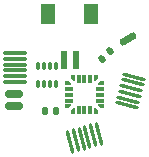
<source format=gbs>
G04 #@! TF.GenerationSoftware,KiCad,Pcbnew,7.0.7*
G04 #@! TF.CreationDate,2024-01-02T23:41:36-05:00*
G04 #@! TF.ProjectId,O12encoder,4f313265-6e63-46f6-9465-722e6b696361,1*
G04 #@! TF.SameCoordinates,Original*
G04 #@! TF.FileFunction,Soldermask,Bot*
G04 #@! TF.FilePolarity,Negative*
%FSLAX46Y46*%
G04 Gerber Fmt 4.6, Leading zero omitted, Abs format (unit mm)*
G04 Created by KiCad (PCBNEW 7.0.7) date 2024-01-02 23:41:36*
%MOMM*%
%LPD*%
G01*
G04 APERTURE LIST*
G04 Aperture macros list*
%AMRoundRect*
0 Rectangle with rounded corners*
0 $1 Rounding radius*
0 $2 $3 $4 $5 $6 $7 $8 $9 X,Y pos of 4 corners*
0 Add a 4 corners polygon primitive as box body*
4,1,4,$2,$3,$4,$5,$6,$7,$8,$9,$2,$3,0*
0 Add four circle primitives for the rounded corners*
1,1,$1+$1,$2,$3*
1,1,$1+$1,$4,$5*
1,1,$1+$1,$6,$7*
1,1,$1+$1,$8,$9*
0 Add four rect primitives between the rounded corners*
20,1,$1+$1,$2,$3,$4,$5,0*
20,1,$1+$1,$4,$5,$6,$7,0*
20,1,$1+$1,$6,$7,$8,$9,0*
20,1,$1+$1,$8,$9,$2,$3,0*%
%AMFreePoly0*
4,1,6,0.325000,0.000000,0.175000,-0.150000,-0.175000,-0.150000,-0.175000,0.150000,0.325000,0.150000,0.325000,0.000000,0.325000,0.000000,$1*%
%AMFreePoly1*
4,1,6,0.325000,0.000000,0.325000,-0.150000,-0.175000,-0.150000,-0.175000,0.150000,0.175000,0.150000,0.325000,0.000000,0.325000,0.000000,$1*%
%AMFreePoly2*
4,1,6,0.150000,-0.325000,0.000000,-0.325000,-0.150000,-0.175000,-0.150000,0.175000,0.150000,0.175000,0.150000,-0.325000,0.150000,-0.325000,$1*%
%AMFreePoly3*
4,1,6,0.150000,-0.175000,0.000000,-0.325000,-0.150000,-0.325000,-0.150000,0.175000,0.150000,0.175000,0.150000,-0.175000,0.150000,-0.175000,$1*%
%AMFreePoly4*
4,1,7,0.175000,-0.150000,-0.175000,-0.150000,-0.325000,-0.150000,-0.325000,0.000000,-0.175000,0.150000,0.175000,0.150000,0.175000,-0.150000,0.175000,-0.150000,$1*%
%AMFreePoly5*
4,1,6,0.175000,-0.150000,-0.175000,-0.150000,-0.325000,0.000000,-0.325000,0.150000,0.175000,0.150000,0.175000,-0.150000,0.175000,-0.150000,$1*%
%AMFreePoly6*
4,1,6,0.150000,0.175000,0.150000,-0.175000,-0.150000,-0.175000,-0.150000,0.325000,0.000000,0.325000,0.150000,0.175000,0.150000,0.175000,$1*%
%AMFreePoly7*
4,1,6,0.150000,-0.175000,-0.150000,-0.175000,-0.150000,0.175000,0.000000,0.325000,0.150000,0.325000,0.150000,-0.175000,0.150000,-0.175000,$1*%
G04 Aperture macros list end*
%ADD10RoundRect,0.075000X0.311852X-0.874070X-0.166963X0.912893X-0.311852X0.874070X0.166963X-0.912893X0*%
%ADD11RoundRect,0.050000X0.100000X-0.285000X0.100000X0.285000X-0.100000X0.285000X-0.100000X-0.285000X0*%
%ADD12RoundRect,0.150000X-0.600000X0.150000X-0.600000X-0.150000X0.600000X-0.150000X0.600000X0.150000X0*%
%ADD13RoundRect,0.150000X-0.594615X-0.170096X-0.444615X-0.429904X0.594615X0.170096X0.444615X0.429904X0*%
%ADD14RoundRect,0.140000X0.021213X-0.219203X0.219203X-0.021213X-0.021213X0.219203X-0.219203X0.021213X0*%
%ADD15RoundRect,0.140000X0.140000X0.170000X-0.140000X0.170000X-0.140000X-0.170000X0.140000X-0.170000X0*%
%ADD16RoundRect,0.075000X-0.912893X0.166963X0.874070X-0.311852X0.912893X-0.166963X-0.874070X0.311852X0*%
%ADD17RoundRect,0.075000X0.925000X0.075000X-0.925000X0.075000X-0.925000X-0.075000X0.925000X-0.075000X0*%
%ADD18FreePoly0,270.000000*%
%ADD19R,0.300000X0.700000*%
%ADD20FreePoly1,270.000000*%
%ADD21FreePoly2,270.000000*%
%ADD22R,0.700000X0.300000*%
%ADD23FreePoly3,270.000000*%
%ADD24FreePoly4,270.000000*%
%ADD25FreePoly5,270.000000*%
%ADD26FreePoly6,270.000000*%
%ADD27FreePoly7,270.000000*%
%ADD28R,0.600000X1.550000*%
%ADD29R,1.200000X1.800000*%
G04 APERTURE END LIST*
D10*
X52665925Y-55075000D03*
X52182962Y-55204410D03*
X51699999Y-55333819D03*
X51217036Y-55463229D03*
X50734073Y-55592638D03*
X50251110Y-55722048D03*
D11*
X49050000Y-50840000D03*
X48550000Y-50840000D03*
X48050000Y-50840000D03*
X47550000Y-50840000D03*
X47550000Y-49360000D03*
X48050000Y-49360000D03*
X48550000Y-49360000D03*
X49050000Y-49360000D03*
D12*
X45450000Y-52700000D03*
D13*
X55130000Y-47030000D03*
D14*
X52960589Y-48739411D03*
X53639411Y-48060589D03*
D15*
X49030000Y-53150000D03*
X48070000Y-53150000D03*
D16*
X55011771Y-52648888D03*
X55141181Y-52165925D03*
X55270590Y-51682962D03*
X55400000Y-51199999D03*
X55529409Y-50717036D03*
X55658819Y-50234073D03*
D12*
X45450000Y-51700000D03*
D17*
X45600000Y-48200000D03*
X45600000Y-48700000D03*
X45600000Y-49200000D03*
X45600000Y-49700000D03*
X45600000Y-50200000D03*
X45600000Y-50700000D03*
D18*
X50450000Y-50275000D03*
D19*
X50950000Y-50450000D03*
X51450000Y-50450000D03*
X51950000Y-50450000D03*
D20*
X52450000Y-50275000D03*
D21*
X52925000Y-50750000D03*
D22*
X52750000Y-51250000D03*
X52750000Y-51750000D03*
X52750000Y-52250000D03*
D23*
X52925000Y-52750000D03*
D24*
X52450000Y-53225000D03*
D19*
X51950000Y-53050000D03*
X51450000Y-53050000D03*
X50950000Y-53050000D03*
D25*
X50450000Y-53225000D03*
D26*
X49975000Y-52750000D03*
D22*
X50150000Y-52250000D03*
X50150000Y-51750000D03*
X50150000Y-51250000D03*
D27*
X49975000Y-50750000D03*
D28*
X49700000Y-48775000D03*
X50700000Y-48775000D03*
D29*
X48400000Y-44900000D03*
X52000000Y-44900000D03*
M02*

</source>
